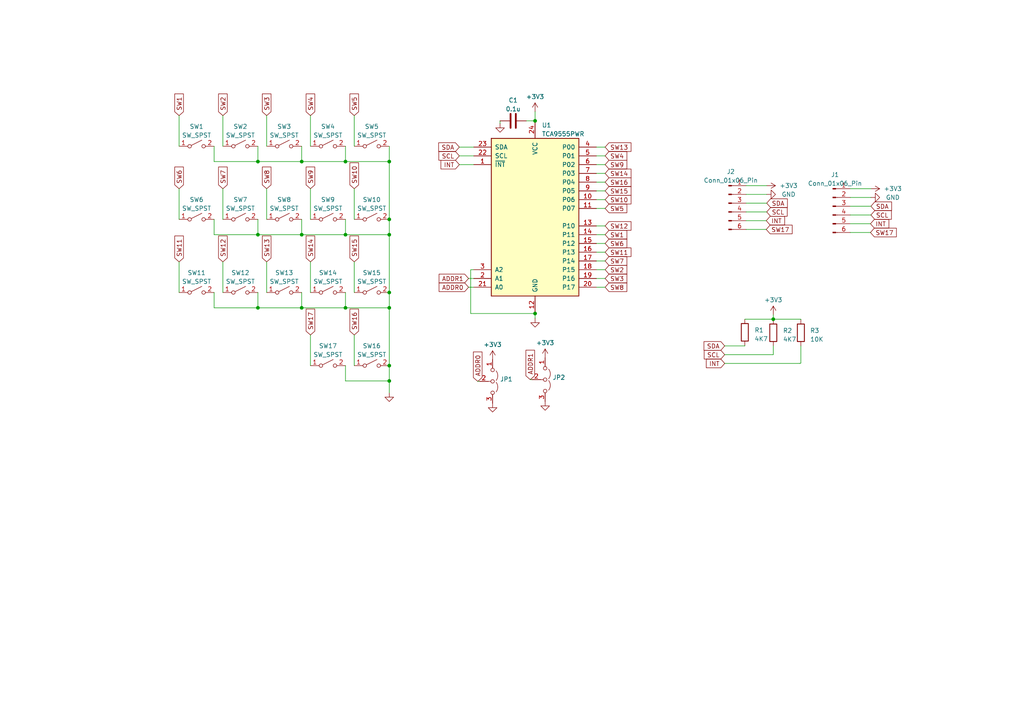
<source format=kicad_sch>
(kicad_sch (version 20230121) (generator eeschema)
  (paper "A4")
  (lib_symbols
    (symbol "+3V3_1" (power) (pin_names (offset 0))
      (property "Value" "+3V3_1" (at 0 3.556 0))
      (symbol "+3V3_1_0_1"
        (polyline (pts (xy -0.762 1.27) (xy 0 2.54)))
        (polyline (pts (xy 0 0) (xy 0 2.54)))
        (polyline (pts (xy 0 2.54) (xy 0.762 1.27)))
      )
      (symbol "+3V3_1_1_1"
        (pin power_in line (at 0 0 90) (length 0) hide (name "+3V3") (number "1"))
      )
    )
    (symbol "Connector:Conn_01x06_Pin" (pin_names (offset 1.016) hide)
      (property "Reference" "J" (at 0 7.62 0))
      (property "Value" "Conn_01x06_Pin" (at 0 -10.16 0))
      (symbol "Conn_01x06_Pin_1_1"
        (polyline (pts (xy 1.27 -7.62) (xy 0.8636 -7.62)) (stroke (width 0.1524)))
        (polyline (pts (xy 1.27 -5.08) (xy 0.8636 -5.08)) (stroke (width 0.1524)))
        (polyline (pts (xy 1.27 -2.54) (xy 0.8636 -2.54)) (stroke (width 0.1524)))
        (polyline (pts (xy 1.27 0) (xy 0.8636 0)) (stroke (width 0.1524)))
        (polyline (pts (xy 1.27 2.54) (xy 0.8636 2.54)) (stroke (width 0.1524)))
        (polyline (pts (xy 1.27 5.08) (xy 0.8636 5.08)) (stroke (width 0.1524)))
        (rectangle (start 0.8636 -7.493) (end 0 -7.747) (stroke (width 0.1524)) (fill (type outline)))
        (rectangle (start 0.8636 -4.953) (end 0 -5.207) (stroke (width 0.1524)) (fill (type outline)))
        (rectangle (start 0.8636 -2.413) (end 0 -2.667) (stroke (width 0.1524)) (fill (type outline)))
        (rectangle (start 0.8636 0.127) (end 0 -0.127) (stroke (width 0.1524)) (fill (type outline)))
        (rectangle (start 0.8636 2.667) (end 0 2.413) (stroke (width 0.1524)) (fill (type outline)))
        (rectangle (start 0.8636 5.207) (end 0 4.953) (stroke (width 0.1524)) (fill (type outline)))
        (pin passive line (at 5.08 5.08 180) (length 3.81) (name "Pin_1") (number "1"))
        (pin passive line (at 5.08 2.54 180) (length 3.81) (name "Pin_2") (number "2"))
        (pin passive line (at 5.08 0 180) (length 3.81) (name "Pin_3") (number "3"))
        (pin passive line (at 5.08 -2.54 180) (length 3.81) (name "Pin_4") (number "4"))
        (pin passive line (at 5.08 -5.08 180) (length 3.81) (name "Pin_5") (number "5"))
        (pin passive line (at 5.08 -7.62 180) (length 3.81) (name "Pin_6") (number "6"))
      )
    )
    (symbol "Device:C" (pin_numbers hide) (pin_names (offset 0.254))
      (property "Reference" "C" (at 0.635 2.54 0))
      (property "Value" "C" (at 0.635 -2.54 0))
      (symbol "C_0_1"
        (polyline (pts (xy -2.032 -0.762) (xy 2.032 -0.762)) (stroke (width 0.508)))
        (polyline (pts (xy -2.032 0.762) (xy 2.032 0.762)) (stroke (width 0.508)))
      )
      (symbol "C_1_1"
        (pin passive line (at 0 3.81 270) (length 2.794) (name "~") (number "1"))
        (pin passive line (at 0 -3.81 90) (length 2.794) (name "~") (number "2"))
      )
    )
    (symbol "Device:R" (pin_numbers hide) (pin_names (offset 0))
      (property "Reference" "R" (at 2.032 0 90))
      (property "Value" "R" (at 0 0 90))
      (symbol "R_0_1"
        (rectangle (start -1.016 -2.54) (end 1.016 2.54) (stroke (width 0.254)))
      )
      (symbol "R_1_1"
        (pin passive line (at 0 3.81 270) (length 1.27) (name "~") (number "1"))
        (pin passive line (at 0 -3.81 90) (length 1.27) (name "~") (number "2"))
      )
    )
    (symbol "Interface_Expansion:TCA9555PWR" (pin_names (offset 1.016))
      (property "Reference" "U" (at -11.43 24.13 0))
      (property "Value" "TCA9555PWR" (at 0 0 0))
      (symbol "TCA9555PWR_0_1"
        (rectangle (start -12.7 22.86) (end 12.7 -22.86) (stroke (width 0.254)) (fill (type background)))
      )
      (symbol "TCA9555PWR_1_1"
        (pin open_collector line (at -17.78 15.24 0) (length 5.08) (name "~{INT}") (number "1"))
        (pin bidirectional line (at 17.78 5.08 180) (length 5.08) (name "P06") (number "10"))
        (pin bidirectional line (at 17.78 2.54 180) (length 5.08) (name "P07") (number "11"))
        (pin power_in line (at 0 -27.94 90) (length 5.08) (name "GND") (number "12"))
        (pin bidirectional line (at 17.78 -2.54 180) (length 5.08) (name "P10") (number "13"))
        (pin bidirectional line (at 17.78 -5.08 180) (length 5.08) (name "P11") (number "14"))
        (pin bidirectional line (at 17.78 -7.62 180) (length 5.08) (name "P12") (number "15"))
        (pin bidirectional line (at 17.78 -10.16 180) (length 5.08) (name "P13") (number "16"))
        (pin bidirectional line (at 17.78 -12.7 180) (length 5.08) (name "P14") (number "17"))
        (pin bidirectional line (at 17.78 -15.24 180) (length 5.08) (name "P15") (number "18"))
        (pin bidirectional line (at 17.78 -17.78 180) (length 5.08) (name "P16") (number "19"))
        (pin input line (at -17.78 -17.78 0) (length 5.08) (name "A1") (number "2"))
        (pin bidirectional line (at 17.78 -20.32 180) (length 5.08) (name "P17") (number "20"))
        (pin input line (at -17.78 -20.32 0) (length 5.08) (name "A0") (number "21"))
        (pin input line (at -17.78 17.78 0) (length 5.08) (name "SCL") (number "22"))
        (pin bidirectional line (at -17.78 20.32 0) (length 5.08) (name "SDA") (number "23"))
        (pin power_in line (at 0 27.94 270) (length 5.08) (name "VCC") (number "24"))
        (pin input line (at -17.78 -15.24 0) (length 5.08) (name "A2") (number "3"))
        (pin bidirectional line (at 17.78 20.32 180) (length 5.08) (name "P00") (number "4"))
        (pin bidirectional line (at 17.78 17.78 180) (length 5.08) (name "P01") (number "5"))
        (pin bidirectional line (at 17.78 15.24 180) (length 5.08) (name "P02") (number "6"))
        (pin bidirectional line (at 17.78 12.7 180) (length 5.08) (name "P03") (number "7"))
        (pin bidirectional line (at 17.78 10.16 180) (length 5.08) (name "P04") (number "8"))
        (pin bidirectional line (at 17.78 7.62 180) (length 5.08) (name "P05") (number "9"))
      )
    )
    (symbol "Jumper:Jumper_3_Open" (pin_names (offset 0) hide)
      (property "Reference" "JP" (at -2.54 -2.54 0))
      (property "Value" "Jumper_3_Open" (at 0 2.794 0))
      (symbol "Jumper_3_Open_0_0"
        (circle (center -3.302 0) (radius 0.508))
        (circle (center 0 0) (radius 0.508))
        (circle (center 3.302 0) (radius 0.508))
      )
      (symbol "Jumper_3_Open_0_1"
        (arc (start -0.254 1.016) (mid -1.651 1.4992) (end -3.048 1.016))
        (polyline (pts (xy 0 -0.508) (xy 0 -1.27)))
        (arc (start 3.048 1.016) (mid 1.651 1.4992) (end 0.254 1.016))
      )
      (symbol "Jumper_3_Open_1_1"
        (pin passive line (at -6.35 0 0) (length 2.54) (name "A") (number "1"))
        (pin passive line (at 0 -3.81 90) (length 2.54) (name "C") (number "2"))
        (pin passive line (at 6.35 0 180) (length 2.54) (name "B") (number "3"))
      )
    )
    (symbol "Switch:SW_SPST" (pin_names (offset 0) hide)
      (property "Reference" "SW" (at 0 3.175 0))
      (property "Value" "SW_SPST" (at 0 -2.54 0))
      (symbol "SW_SPST_0_0"
        (circle (center -2.032 0) (radius 0.508))
        (polyline (pts (xy -1.524 0.254) (xy 1.524 1.778)))
        (circle (center 2.032 0) (radius 0.508))
      )
      (symbol "SW_SPST_1_1"
        (pin passive line (at -5.08 0 0) (length 2.54) (name "A") (number "1"))
        (pin passive line (at 5.08 0 180) (length 2.54) (name "B") (number "2"))
      )
    )
    (symbol "power:+3V3" (power) (pin_names (offset 0))
      (property "Value" "+3V3" (at 0 3.556 0))
      (symbol "+3V3_0_1"
        (polyline (pts (xy -0.762 1.27) (xy 0 2.54)))
        (polyline (pts (xy 0 0) (xy 0 2.54)))
        (polyline (pts (xy 0 2.54) (xy 0.762 1.27)))
      )
      (symbol "+3V3_1_1"
        (pin power_in line (at 0 0 90) (length 0) hide (name "+3V3") (number "1"))
      )
    )
    (symbol "power:GND" (power) (pin_names (offset 0))
      (property "Value" "GND" (at 0 -3.81 0))
      (symbol "GND_0_1"
        (polyline (pts (xy 0 0) (xy 0 -1.27) (xy 1.27 -1.27) (xy 0 -2.54) (xy -1.27 -1.27) (xy 0 -1.27)))
      )
      (symbol "GND_1_1"
        (pin power_in line (at 0 0 270) (length 0) hide (name "GND") (number "1"))
      )
    )
  )
  (junction (at 87.503 46.863))
  (junction (at 100.203 68.072))
  (junction (at 112.903 84.836))
  (junction (at 224.282 92.583))
  (junction (at 74.803 68.072))
  (junction (at 100.203 46.863))
  (junction (at 112.903 68.072))
  (junction (at 74.803 46.863))
  (junction (at 87.503 89.281))
  (junction (at 112.903 89.281))
  (junction (at 74.803 89.281))
  (junction (at 100.203 89.281))
  (junction (at 87.503 68.072))
  (junction (at 112.903 46.863))
  (junction (at 112.903 110.49))
  (junction (at 155.194 90.932))
  (junction (at 112.903 106.045))
  (junction (at 112.903 63.627))
  (junction (at 155.194 35.052))
  (wire (pts (xy 87.503 84.836) (xy 87.503 89.281)))
  (wire (pts (xy 112.903 106.045) (xy 112.903 110.49)))
  (wire (pts (xy 87.503 89.281) (xy 100.203 89.281)))
  (wire (pts (xy 232.029 105.41) (xy 232.283 105.283)))
  (wire (pts (xy 145.034 35.052) (xy 145.034 35.814)))
  (wire (pts (xy 246.634 64.897) (xy 252.476 64.897)))
  (wire (pts (xy 136.525 78.232) (xy 136.525 90.932)))
  (wire (pts (xy 133.223 47.752) (xy 137.414 47.752)))
  (wire (pts (xy 216.408 61.468) (xy 222.377 61.468)))
  (wire (pts (xy 112.903 110.49) (xy 112.903 113.919)))
  (wire (pts (xy 216.408 64.008) (xy 222.25 64.008)))
  (wire (pts (xy 210.185 102.87) (xy 224.282 102.87)))
  (wire (pts (xy 64.643 54.737) (xy 64.643 63.627)))
  (wire (pts (xy 64.643 33.528) (xy 64.643 42.418)))
  (wire (pts (xy 87.503 68.072) (xy 100.203 68.072)))
  (wire (pts (xy 232.283 92.583) (xy 232.283 92.71)))
  (wire (pts (xy 62.103 46.863) (xy 74.803 46.863)))
  (wire (pts (xy 100.203 89.281) (xy 112.903 89.281)))
  (wire (pts (xy 224.282 92.583) (xy 232.283 92.583)))
  (wire (pts (xy 210.185 100.33) (xy 216.027 100.33)))
  (wire (pts (xy 51.943 33.528) (xy 51.943 42.418)))
  (wire (pts (xy 172.974 45.212) (xy 175.514 45.212)))
  (wire (pts (xy 90.043 97.155) (xy 90.043 106.045)))
  (wire (pts (xy 90.043 75.946) (xy 90.043 84.836)))
  (wire (pts (xy 112.903 46.863) (xy 112.903 63.627)))
  (wire (pts (xy 102.743 75.946) (xy 102.743 84.836)))
  (wire (pts (xy 153.797 110.109) (xy 154.305 110.109)))
  (wire (pts (xy 74.803 89.281) (xy 87.503 89.281)))
  (wire (pts (xy 112.903 68.072) (xy 112.903 84.836)))
  (wire (pts (xy 224.282 92.583) (xy 224.282 92.71)))
  (wire (pts (xy 112.903 63.627) (xy 112.903 68.072)))
  (wire (pts (xy 77.343 75.946) (xy 77.343 84.836)))
  (wire (pts (xy 224.282 91.313) (xy 224.282 92.583)))
  (wire (pts (xy 224.282 100.33) (xy 224.282 102.87)))
  (wire (pts (xy 90.043 33.528) (xy 90.043 42.418)))
  (wire (pts (xy 216.408 53.848) (xy 222.377 53.848)))
  (wire (pts (xy 172.974 50.292) (xy 175.514 50.292)))
  (wire (pts (xy 51.943 75.946) (xy 51.943 84.836)))
  (wire (pts (xy 246.634 67.437) (xy 252.476 67.437)))
  (wire (pts (xy 100.203 84.836) (xy 100.203 89.281)))
  (wire (pts (xy 152.654 35.052) (xy 155.194 35.052)))
  (wire (pts (xy 137.414 42.672) (xy 133.223 42.672)))
  (wire (pts (xy 246.634 57.277) (xy 252.603 57.277)))
  (wire (pts (xy 136.525 90.932) (xy 155.194 90.932)))
  (wire (pts (xy 232.283 100.33) (xy 232.283 105.283)))
  (wire (pts (xy 172.974 68.072) (xy 175.514 68.072)))
  (wire (pts (xy 102.743 97.155) (xy 102.743 106.045)))
  (wire (pts (xy 172.974 42.672) (xy 175.514 42.672)))
  (wire (pts (xy 172.974 75.692) (xy 175.514 75.692)))
  (wire (pts (xy 74.803 63.627) (xy 74.803 68.072)))
  (wire (pts (xy 77.343 54.737) (xy 77.343 63.627)))
  (wire (pts (xy 172.974 52.832) (xy 175.514 52.832)))
  (wire (pts (xy 74.803 42.418) (xy 74.803 46.863)))
  (wire (pts (xy 62.103 89.281) (xy 74.803 89.281)))
  (wire (pts (xy 74.803 68.072) (xy 87.503 68.072)))
  (wire (pts (xy 100.203 63.627) (xy 100.203 68.072)))
  (wire (pts (xy 155.194 90.932) (xy 155.194 92.329)))
  (wire (pts (xy 135.89 80.772) (xy 137.414 80.772)))
  (wire (pts (xy 172.974 78.232) (xy 175.514 78.232)))
  (wire (pts (xy 62.103 42.418) (xy 62.103 46.863)))
  (wire (pts (xy 210.185 105.41) (xy 232.029 105.41)))
  (wire (pts (xy 155.194 32.385) (xy 155.194 35.052)))
  (wire (pts (xy 172.974 80.772) (xy 175.514 80.772)))
  (wire (pts (xy 172.974 55.372) (xy 175.514 55.372)))
  (wire (pts (xy 100.203 110.49) (xy 112.903 110.49)))
  (wire (pts (xy 87.503 46.863) (xy 100.203 46.863)))
  (wire (pts (xy 172.974 47.752) (xy 175.514 47.752)))
  (wire (pts (xy 87.503 42.418) (xy 87.503 46.863)))
  (wire (pts (xy 216.408 66.548) (xy 222.25 66.548)))
  (wire (pts (xy 172.974 73.152) (xy 175.514 73.152)))
  (wire (pts (xy 216.027 100.33) (xy 216.027 100.203)))
  (wire (pts (xy 112.903 42.418) (xy 112.903 46.863)))
  (wire (pts (xy 87.503 63.627) (xy 87.503 68.072)))
  (wire (pts (xy 135.89 83.312) (xy 137.414 83.312)))
  (wire (pts (xy 216.027 92.583) (xy 224.282 92.583)))
  (wire (pts (xy 172.974 60.452) (xy 175.514 60.452)))
  (wire (pts (xy 172.974 83.312) (xy 175.514 83.312)))
  (wire (pts (xy 62.103 84.836) (xy 62.103 89.281)))
  (wire (pts (xy 62.103 63.627) (xy 62.103 68.072)))
  (wire (pts (xy 216.408 56.388) (xy 222.377 56.388)))
  (wire (pts (xy 172.974 70.612) (xy 175.514 70.612)))
  (wire (pts (xy 100.203 68.072) (xy 112.903 68.072)))
  (wire (pts (xy 100.203 46.863) (xy 112.903 46.863)))
  (wire (pts (xy 112.903 89.281) (xy 112.903 106.045)))
  (wire (pts (xy 51.943 54.737) (xy 51.943 63.627)))
  (wire (pts (xy 172.974 65.532) (xy 175.514 65.532)))
  (wire (pts (xy 100.203 106.045) (xy 100.203 110.49)))
  (wire (pts (xy 133.223 45.212) (xy 137.414 45.212)))
  (wire (pts (xy 74.803 84.836) (xy 74.803 89.281)))
  (wire (pts (xy 77.343 33.528) (xy 77.343 42.418)))
  (wire (pts (xy 90.043 54.737) (xy 90.043 63.627)))
  (wire (pts (xy 102.743 33.528) (xy 102.743 42.418)))
  (wire (pts (xy 112.903 84.836) (xy 112.903 89.281)))
  (wire (pts (xy 64.643 75.946) (xy 64.643 84.836)))
  (wire (pts (xy 246.634 62.357) (xy 252.603 62.357)))
  (wire (pts (xy 172.974 57.912) (xy 175.514 57.912)))
  (wire (pts (xy 137.414 78.232) (xy 136.525 78.232)))
  (wire (pts (xy 246.634 54.737) (xy 252.603 54.737)))
  (wire (pts (xy 100.203 42.418) (xy 100.203 46.863)))
  (wire (pts (xy 62.103 68.072) (xy 74.803 68.072)))
  (wire (pts (xy 138.557 110.617) (xy 139.065 110.617)))
  (wire (pts (xy 74.803 46.863) (xy 87.503 46.863)))
  (wire (pts (xy 246.634 59.817) (xy 252.603 59.817)))
  (wire (pts (xy 102.743 54.737) (xy 102.743 63.627)))
  (wire (pts (xy 216.408 58.928) (xy 222.377 58.928)))
  (global_label "SW6" (shape input) (at 175.514 70.612 0) (property "Intersheetrefs" "${INTERSHEET_REFS}" (effects hide)))
  (global_label "SW6" (shape input) (at 51.943 54.737 90) (property "Intersheetrefs" "${INTERSHEET_REFS}" (effects hide)))
  (global_label "SW14" (shape input) (at 175.514 50.292 0) (property "Intersheetrefs" "${INTERSHEET_REFS}" (effects hide)))
  (global_label "INT" (shape input) (at 210.185 105.41 180) (property "Intersheetrefs" "${INTERSHEET_REFS}" (effects hide)))
  (global_label "SDA" (shape input) (at 252.603 59.817 0) (property "Intersheetrefs" "${INTERSHEET_REFS}" (effects hide)))
  (global_label "ADDR0" (shape input) (at 135.89 83.312 180) (property "Intersheetrefs" "${INTERSHEET_REFS}" (effects hide)))
  (global_label "INT" (shape input) (at 222.25 64.008 0) (property "Intersheetrefs" "${INTERSHEET_REFS}" (effects hide)))
  (global_label "SW4" (shape input) (at 90.043 33.528 90) (property "Intersheetrefs" "${INTERSHEET_REFS}" (effects hide)))
  (global_label "SW16" (shape input) (at 102.743 97.155 90) (property "Intersheetrefs" "${INTERSHEET_REFS}" (effects hide)))
  (global_label "SW5" (shape input) (at 175.514 60.452 0) (property "Intersheetrefs" "${INTERSHEET_REFS}" (effects hide)))
  (global_label "SW10" (shape input) (at 175.514 57.912 0) (property "Intersheetrefs" "${INTERSHEET_REFS}" (effects hide)))
  (global_label "SW9" (shape input) (at 175.514 47.752 0) (property "Intersheetrefs" "${INTERSHEET_REFS}" (effects hide)))
  (global_label "SCL" (shape input) (at 252.603 62.357 0) (property "Intersheetrefs" "${INTERSHEET_REFS}" (effects hide)))
  (global_label "SW17" (shape input) (at 90.043 97.155 90) (property "Intersheetrefs" "${INTERSHEET_REFS}" (effects hide)))
  (global_label "ADDR1" (shape input) (at 153.797 110.109 90) (property "Intersheetrefs" "${INTERSHEET_REFS}" (effects hide)))
  (global_label "SW9" (shape input) (at 90.043 54.737 90) (property "Intersheetrefs" "${INTERSHEET_REFS}" (effects hide)))
  (global_label "SW13" (shape input) (at 77.343 75.946 90) (property "Intersheetrefs" "${INTERSHEET_REFS}" (effects hide)))
  (global_label "SW8" (shape input) (at 77.343 54.737 90) (property "Intersheetrefs" "${INTERSHEET_REFS}" (effects hide)))
  (global_label "INT" (shape input) (at 252.476 64.897 0) (property "Intersheetrefs" "${INTERSHEET_REFS}" (effects hide)))
  (global_label "SW5" (shape input) (at 102.743 33.528 90) (property "Intersheetrefs" "${INTERSHEET_REFS}" (effects hide)))
  (global_label "SW16" (shape input) (at 175.514 52.832 0) (property "Intersheetrefs" "${INTERSHEET_REFS}" (effects hide)))
  (global_label "SW1" (shape input) (at 51.943 33.528 90) (property "Intersheetrefs" "${INTERSHEET_REFS}" (effects hide)))
  (global_label "SW11" (shape input) (at 175.514 73.152 0) (property "Intersheetrefs" "${INTERSHEET_REFS}" (effects hide)))
  (global_label "SCL" (shape input) (at 133.223 45.212 180) (property "Intersheetrefs" "${INTERSHEET_REFS}" (effects hide)))
  (global_label "SW7" (shape input) (at 64.643 54.737 90) (property "Intersheetrefs" "${INTERSHEET_REFS}" (effects hide)))
  (global_label "SW17" (shape input) (at 252.476 67.437 0) (property "Intersheetrefs" "${INTERSHEET_REFS}" (effects hide)))
  (global_label "SW15" (shape input) (at 175.514 55.372 0) (property "Intersheetrefs" "${INTERSHEET_REFS}" (effects hide)))
  (global_label "SW13" (shape input) (at 175.514 42.672 0) (property "Intersheetrefs" "${INTERSHEET_REFS}" (effects hide)))
  (global_label "SW3" (shape input) (at 175.514 80.772 0) (property "Intersheetrefs" "${INTERSHEET_REFS}" (effects hide)))
  (global_label "SDA" (shape input) (at 133.223 42.672 180) (property "Intersheetrefs" "${INTERSHEET_REFS}" (effects hide)))
  (global_label "SDA" (shape input) (at 222.377 58.928 0) (property "Intersheetrefs" "${INTERSHEET_REFS}" (effects hide)))
  (global_label "SW2" (shape input) (at 64.643 33.528 90) (property "Intersheetrefs" "${INTERSHEET_REFS}" (effects hide)))
  (global_label "SW12" (shape input) (at 175.514 65.532 0) (property "Intersheetrefs" "${INTERSHEET_REFS}" (effects hide)))
  (global_label "ADDR1" (shape input) (at 135.89 80.772 180) (property "Intersheetrefs" "${INTERSHEET_REFS}" (effects hide)))
  (global_label "SW3" (shape input) (at 77.343 33.528 90) (property "Intersheetrefs" "${INTERSHEET_REFS}" (effects hide)))
  (global_label "SW15" (shape input) (at 102.743 75.946 90) (property "Intersheetrefs" "${INTERSHEET_REFS}" (effects hide)))
  (global_label "SW11" (shape input) (at 51.943 75.946 90) (property "Intersheetrefs" "${INTERSHEET_REFS}" (effects hide)))
  (global_label "SW1" (shape input) (at 175.514 68.072 0) (property "Intersheetrefs" "${INTERSHEET_REFS}" (effects hide)))
  (global_label "SW8" (shape input) (at 175.514 83.312 0) (property "Intersheetrefs" "${INTERSHEET_REFS}" (effects hide)))
  (global_label "SW17" (shape input) (at 222.25 66.548 0) (property "Intersheetrefs" "${INTERSHEET_REFS}" (effects hide)))
  (global_label "SCL" (shape input) (at 210.185 102.87 180) (property "Intersheetrefs" "${INTERSHEET_REFS}" (effects hide)))
  (global_label "SCL" (shape input) (at 222.377 61.468 0) (property "Intersheetrefs" "${INTERSHEET_REFS}" (effects hide)))
  (global_label "SW12" (shape input) (at 64.643 75.946 90) (property "Intersheetrefs" "${INTERSHEET_REFS}" (effects hide)))
  (global_label "SW4" (shape input) (at 175.514 45.212 0) (property "Intersheetrefs" "${INTERSHEET_REFS}" (effects hide)))
  (global_label "SW14" (shape input) (at 90.043 75.946 90) (property "Intersheetrefs" "${INTERSHEET_REFS}" (effects hide)))
  (global_label "SDA" (shape input) (at 210.185 100.33 180) (property "Intersheetrefs" "${INTERSHEET_REFS}" (effects hide)))
  (global_label "SW7" (shape input) (at 175.514 75.692 0) (property "Intersheetrefs" "${INTERSHEET_REFS}" (effects hide)))
  (global_label "SW10" (shape input) (at 102.743 54.737 90) (property "Intersheetrefs" "${INTERSHEET_REFS}" (effects hide)))
  (global_label "INT" (shape input) (at 133.223 47.752 180) (property "Intersheetrefs" "${INTERSHEET_REFS}" (effects hide)))
  (global_label "ADDR0" (shape input) (at 138.557 110.617 90) (property "Intersheetrefs" "${INTERSHEET_REFS}" (effects hide)))
  (global_label "SW2" (shape input) (at 175.514 78.232 0) (property "Intersheetrefs" "${INTERSHEET_REFS}" (effects hide)))
  (symbol (lib_id "Switch:SW_SPST") (at 95.123 63.627 0) (unit 1)
    (property "Reference" "SW9" (at 95.123 57.912 0))
    (property "Value" "SW_SPST" (at 95.123 60.452 0))
    (property "Footprint" "keyswitches:SW_MX_reversible" (effects hide))
  )
  (symbol (lib_id "Switch:SW_SPST") (at 107.823 106.045 0) (unit 1)
    (property "Reference" "SW16" (at 107.823 100.33 0))
    (property "Value" "SW_SPST" (at 107.823 102.87 0))
    (property "Footprint" "keyswitches:SW_MX_reversible" (effects hide))
  )
  (symbol (lib_id "Device:R") (at 232.283 96.52 180) (unit 1)
    (property "Reference" "R3" (at 234.95 95.885 0) (effects (justify right)))
    (property "Value" "10K" (at 234.95 98.425 0) (effects (justify right)))
    (property "Footprint" "Resistor_SMD:R_0805_2012Metric_Pad1.20x1.40mm_HandSolder" (effects hide))
  )
  (symbol (lib_name "+3V3_1") (lib_id "power:+3V3") (at 142.875 104.267 0) (unit 1)
    (property "Reference" "#PWR07" (effects hide))
    (property "Value" "+3V3" (at 142.875 99.949 0))
  )
  (symbol (lib_id "power:GND") (at 252.603 57.277 90) (mirror x) (unit 1)
    (property "Reference" "#PWR03" (effects hide))
    (property "Value" "GND" (at 258.953 57.277 90))
  )
  (symbol (lib_id "Switch:SW_SPST") (at 95.123 106.045 0) (unit 1)
    (property "Reference" "SW17" (at 95.123 100.33 0))
    (property "Value" "SW_SPST" (at 95.123 102.87 0))
    (property "Footprint" "keyswitches:SW_MX_reversible" (effects hide))
  )
  (symbol (lib_id "Switch:SW_SPST") (at 82.423 84.836 0) (unit 1)
    (property "Reference" "SW13" (at 82.423 79.121 0))
    (property "Value" "SW_SPST" (at 82.423 81.661 0))
    (property "Footprint" "keyswitches:SW_MX_reversible" (effects hide))
  )
  (symbol (lib_id "power:GND") (at 142.875 116.967 0) (unit 1)
    (property "Reference" "#PWR06" (effects hide))
    (property "Value" "GND" (effects hide))
  )
  (symbol (lib_id "power:GND") (at 155.194 92.329 0) (unit 1)
    (property "Reference" "#PWR010" (effects hide))
    (property "Value" "GND" (effects hide))
  )
  (symbol (lib_id "Jumper:Jumper_3_Open") (at 142.875 110.617 270) (unit 1)
    (property "Reference" "JP1" (at 145.034 109.982 90) (effects (justify left)))
    (property "Value" "Jumper_3_Open" (effects hide))
    (property "Footprint" "Jumper:SolderJumper-3_P1.3mm_Open_Pad1.0x1.5mm" (effects hide))
  )
  (symbol (lib_id "power:+3V3") (at 252.603 54.737 270) (unit 1)
    (property "Reference" "#PWR02" (effects hide))
    (property "Value" "+3V3" (at 258.953 54.737 90))
  )
  (symbol (lib_id "Switch:SW_SPST") (at 57.023 42.418 0) (unit 1)
    (property "Reference" "SW1" (at 57.023 36.703 0))
    (property "Value" "SW_SPST" (at 57.023 39.243 0))
    (property "Footprint" "keyswitches:SW_MX_reversible" (effects hide))
  )
  (symbol (lib_id "Jumper:Jumper_3_Open") (at 158.115 110.109 270) (unit 1)
    (property "Reference" "JP2" (at 160.274 109.474 90) (effects (justify left)))
    (property "Value" "Jumper_3_Open" (effects hide))
    (property "Footprint" "Jumper:SolderJumper-3_P1.3mm_Open_Pad1.0x1.5mm" (effects hide))
  )
  (symbol (lib_id "Switch:SW_SPST") (at 107.823 84.836 0) (unit 1)
    (property "Reference" "SW15" (at 107.823 79.121 0))
    (property "Value" "SW_SPST" (at 107.823 81.661 0))
    (property "Footprint" "keyswitches:SW_MX_reversible" (effects hide))
  )
  (symbol (lib_id "power:GND") (at 112.903 113.919 0) (unit 1)
    (property "Reference" "#PWR01" (effects hide))
    (property "Value" "GND" (effects hide))
  )
  (symbol (lib_id "Device:R") (at 216.027 96.393 180) (unit 1)
    (property "Reference" "R1" (at 218.821 95.758 0) (effects (justify right)))
    (property "Value" "4K7" (at 218.821 98.298 0) (effects (justify right)))
    (property "Footprint" "Resistor_SMD:R_0805_2012Metric_Pad1.20x1.40mm_HandSolder" (effects hide))
  )
  (symbol (lib_name "+3V3_1") (lib_id "power:+3V3") (at 224.282 91.313 0) (unit 1)
    (property "Reference" "#PWR012" (effects hide))
    (property "Value" "+3V3" (at 224.282 86.995 0))
  )
  (symbol (lib_name "+3V3_1") (lib_id "power:+3V3") (at 158.115 103.759 0) (unit 1)
    (property "Reference" "#PWR08" (effects hide))
    (property "Value" "+3V3" (at 158.115 99.441 0))
  )
  (symbol (lib_id "power:GND") (at 145.034 35.814 0) (unit 1)
    (property "Reference" "#PWR04" (effects hide))
    (property "Value" "GND" (effects hide))
  )
  (symbol (lib_id "Connector:Conn_01x06_Pin") (at 241.554 59.817 0) (unit 1)
    (property "Reference" "J1" (at 242.189 50.673 0))
    (property "Value" "Conn_01x06_Pin" (at 242.189 53.213 0))
    (property "Footprint" "Connector_PinHeader_1.27mm:PinHeader_1x06_P1.27mm_Vertical" (effects hide))
  )
  (symbol (lib_id "Interface_Expansion:TCA9555PWR") (at 155.194 62.992 0) (unit 1)
    (property "Reference" "U1" (at 157.1499 36.322 0) (effects (justify left)))
    (property "Value" "TCA9555PWR" (at 157.1499 38.862 0) (effects (justify left)))
    (property "Footprint" "Package_SO:TSSOP-24_4.4x7.8mm_P0.65mm" (effects hide))
    (property "Datasheet" "http://www.ti.com/lit/ds/symlink/tca9555.pdf" (effects hide))
  )
  (symbol (lib_id "Switch:SW_SPST") (at 107.823 42.418 0) (unit 1)
    (property "Reference" "SW5" (at 107.823 36.703 0))
    (property "Value" "SW_SPST" (at 107.823 39.243 0))
    (property "Footprint" "keyswitches:SW_MX_reversible" (effects hide))
  )
  (symbol (lib_id "Switch:SW_SPST") (at 57.023 63.627 0) (unit 1)
    (property "Reference" "SW6" (at 57.023 57.912 0))
    (property "Value" "SW_SPST" (at 57.023 60.452 0))
    (property "Footprint" "keyswitches:SW_MX_reversible" (effects hide))
  )
  (symbol (lib_id "Switch:SW_SPST") (at 69.723 84.836 0) (unit 1)
    (property "Reference" "SW12" (at 69.723 79.121 0))
    (property "Value" "SW_SPST" (at 69.723 81.661 0))
    (property "Footprint" "keyswitches:SW_MX_reversible" (effects hide))
  )
  (symbol (lib_id "power:GND") (at 222.377 56.388 90) (mirror x) (unit 1)
    (property "Reference" "#PWR014" (effects hide))
    (property "Value" "GND" (at 228.727 56.388 90))
  )
  (symbol (lib_id "Connector:Conn_01x06_Pin") (at 211.328 58.928 0) (unit 1)
    (property "Reference" "J2" (at 211.963 49.784 0))
    (property "Value" "Conn_01x06_Pin" (at 211.963 52.324 0))
    (property "Footprint" "Connector_PinHeader_1.27mm:PinHeader_1x06_P1.27mm_Vertical" (effects hide))
  )
  (symbol (lib_id "Switch:SW_SPST") (at 82.423 42.418 0) (unit 1)
    (property "Reference" "SW3" (at 82.423 36.703 0))
    (property "Value" "SW_SPST" (at 82.423 39.243 0))
    (property "Footprint" "keyswitches:SW_MX_reversible" (effects hide))
  )
  (symbol (lib_id "Switch:SW_SPST") (at 57.023 84.836 0) (unit 1)
    (property "Reference" "SW11" (at 57.023 79.121 0))
    (property "Value" "SW_SPST" (at 57.023 81.661 0))
    (property "Footprint" "keyswitches:SW_MX_reversible" (effects hide))
  )
  (symbol (lib_id "Switch:SW_SPST") (at 82.423 63.627 0) (unit 1)
    (property "Reference" "SW8" (at 82.423 57.912 0))
    (property "Value" "SW_SPST" (at 82.423 60.452 0))
    (property "Footprint" "keyswitches:SW_MX_reversible" (effects hide))
  )
  (symbol (lib_id "power:+3V3") (at 222.377 53.848 270) (unit 1)
    (property "Reference" "#PWR013" (effects hide))
    (property "Value" "+3V3" (at 228.727 53.848 90))
  )
  (symbol (lib_id "Device:C") (at 148.844 35.052 90) (unit 1)
    (property "Reference" "C1" (at 148.844 29.083 90))
    (property "Value" "0.1u" (at 148.844 31.623 90))
    (property "Footprint" "Capacitor_SMD:C_0805_2012Metric_Pad1.18x1.45mm_HandSolder" (effects hide))
  )
  (symbol (lib_id "Device:R") (at 224.282 96.52 180) (unit 1)
    (property "Reference" "R2" (at 227.076 95.885 0) (effects (justify right)))
    (property "Value" "4K7" (at 227.076 98.425 0) (effects (justify right)))
    (property "Footprint" "Resistor_SMD:R_0805_2012Metric_Pad1.20x1.40mm_HandSolder" (effects hide))
  )
  (symbol (lib_id "Switch:SW_SPST") (at 95.123 84.836 0) (unit 1)
    (property "Reference" "SW14" (at 95.123 79.121 0))
    (property "Value" "SW_SPST" (at 95.123 81.661 0))
    (property "Footprint" "keyswitches:SW_MX_reversible" (effects hide))
  )
  (symbol (lib_id "Switch:SW_SPST") (at 69.723 42.418 0) (unit 1)
    (property "Reference" "SW2" (at 69.723 36.703 0))
    (property "Value" "SW_SPST" (at 69.723 39.243 0))
    (property "Footprint" "keyswitches:SW_MX_reversible" (effects hide))
  )
  (symbol (lib_id "Switch:SW_SPST") (at 69.723 63.627 0) (unit 1)
    (property "Reference" "SW7" (at 69.723 57.912 0))
    (property "Value" "SW_SPST" (at 69.723 60.452 0))
    (property "Footprint" "keyswitches:SW_MX_reversible" (effects hide))
  )
  (symbol (lib_name "+3V3_1") (lib_id "power:+3V3") (at 155.194 32.385 0) (unit 1)
    (property "Reference" "#PWR011" (effects hide))
    (property "Value" "+3V3" (at 155.194 28.067 0))
  )
  (symbol (lib_id "Switch:SW_SPST") (at 107.823 63.627 0) (unit 1)
    (property "Reference" "SW10" (at 107.823 57.912 0))
    (property "Value" "SW_SPST" (at 107.823 60.452 0))
    (property "Footprint" "keyswitches:SW_MX_reversible" (effects hide))
  )
  (symbol (lib_id "power:GND") (at 158.115 116.459 0) (unit 1)
    (property "Reference" "#PWR09" (effects hide))
    (property "Value" "GND" (effects hide))
  )
  (symbol (lib_id "Switch:SW_SPST") (at 95.123 42.418 0) (unit 1)
    (property "Reference" "SW4" (at 95.123 36.703 0))
    (property "Value" "SW_SPST" (at 95.123 39.243 0))
    (property "Footprint" "keyswitches:SW_MX_reversible" (effects hide))
  )
)
</source>
